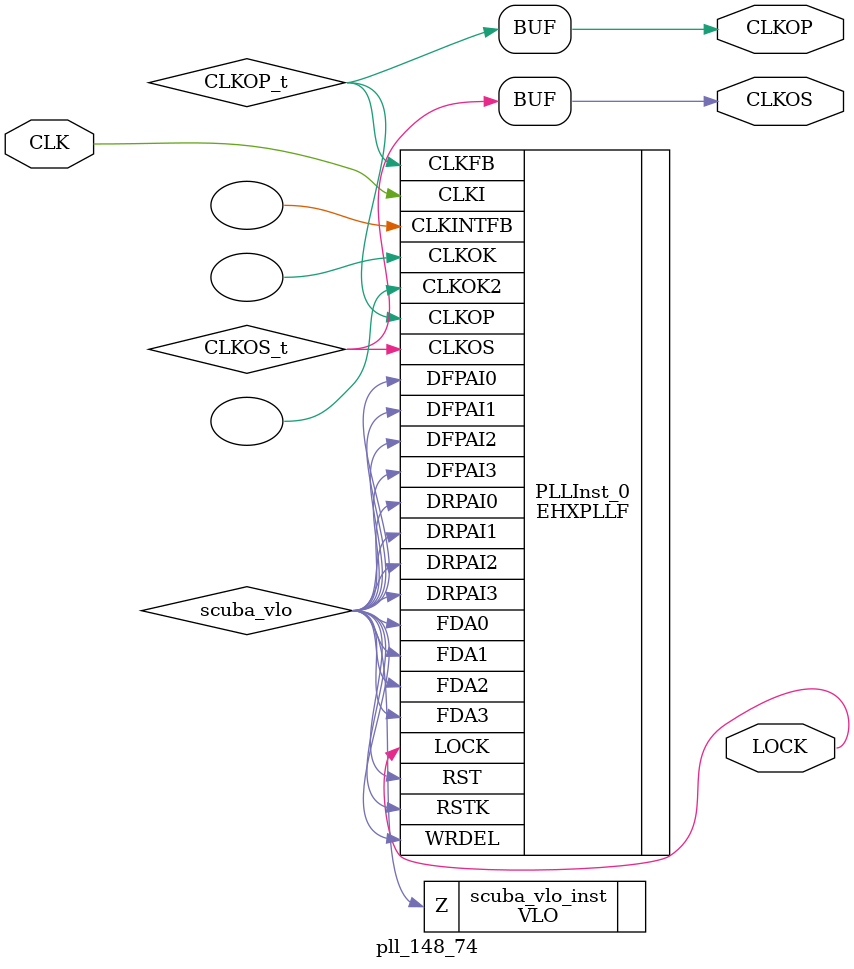
<source format=v>
/* Verilog netlist generated by SCUBA Diamond_1.3_Production (92) */
/* Module Version: 5.2 */
/* C:\lscc\diamond\1.3\ispfpga\bin\nt\scuba.exe -w -n pll_148_74 -lang verilog -synth synplify -arch ep5c00 -type pll -fin 148.5 -phase_cntl STATIC -bypasss -fclkop 74.25 -fclkop_tol 0.0 -fb_mode CLOCKTREE -phaseadj 0.0 -duty 8 -noclkok -norst -noclkok2 -e  */
/* Mon Nov 28 09:52:46 2011 */


`timescale 1 ns / 1 ps
module pll_148_74 (CLK, CLKOP, CLKOS, LOCK)/* synthesis syn_noprune=1 */;// exemplar attribute pll_148_74 dont_touch true 
    input wire CLK;
    output wire CLKOP;
    output wire CLKOS;
    output wire LOCK;

    wire CLKOS_t;
    wire CLKOP_t;
    wire scuba_vlo;

    VLO scuba_vlo_inst (.Z(scuba_vlo));

    defparam PLLInst_0.FEEDBK_PATH = "CLKOP" ;
    defparam PLLInst_0.CLKOK_BYPASS = "DISABLED" ;
    defparam PLLInst_0.CLKOS_BYPASS = "ENABLED" ;
    defparam PLLInst_0.CLKOP_BYPASS = "DISABLED" ;
    defparam PLLInst_0.CLKOK_INPUT = "CLKOP" ;
    defparam PLLInst_0.DELAY_PWD = "DISABLED" ;
    defparam PLLInst_0.DELAY_VAL = 0 ;
    defparam PLLInst_0.CLKOS_TRIM_DELAY = 0 ;
    defparam PLLInst_0.CLKOS_TRIM_POL = "RISING" ;
    defparam PLLInst_0.CLKOP_TRIM_DELAY = 0 ;
    defparam PLLInst_0.CLKOP_TRIM_POL = "RISING" ;
    defparam PLLInst_0.PHASE_DELAY_CNTL = "STATIC" ;
    defparam PLLInst_0.DUTY = 8 ;
    defparam PLLInst_0.PHASEADJ = "0.0" ;
    defparam PLLInst_0.CLKOK_DIV = 2 ;
    defparam PLLInst_0.CLKOP_DIV = 8 ;
    defparam PLLInst_0.CLKFB_DIV = 1 ;
    defparam PLLInst_0.CLKI_DIV = 2 ;
    defparam PLLInst_0.FIN = "148.500000" ;
    EHXPLLF PLLInst_0 (.CLKI(CLK), .CLKFB(CLKOP_t), .RST(scuba_vlo), .RSTK(scuba_vlo), 
        .WRDEL(scuba_vlo), .DRPAI3(scuba_vlo), .DRPAI2(scuba_vlo), .DRPAI1(scuba_vlo), 
        .DRPAI0(scuba_vlo), .DFPAI3(scuba_vlo), .DFPAI2(scuba_vlo), .DFPAI1(scuba_vlo), 
        .DFPAI0(scuba_vlo), .FDA3(scuba_vlo), .FDA2(scuba_vlo), .FDA1(scuba_vlo), 
        .FDA0(scuba_vlo), .CLKOP(CLKOP_t), .CLKOS(CLKOS_t), .CLKOK(), .CLKOK2(), 
        .LOCK(LOCK), .CLKINTFB())
             /* synthesis FREQUENCY_PIN_CLKOS="148.500000" */
             /* synthesis FREQUENCY_PIN_CLKOP="74.250000" */
             /* synthesis FREQUENCY_PIN_CLKI="148.500000" */
             /* synthesis FREQUENCY_PIN_CLKOK="50.000000" */;

    assign CLKOS = CLKOS_t;
    assign CLKOP = CLKOP_t;


    // exemplar begin
    // exemplar attribute PLLInst_0 FREQUENCY_PIN_CLKOS 148.500000
    // exemplar attribute PLLInst_0 FREQUENCY_PIN_CLKOP 74.250000
    // exemplar attribute PLLInst_0 FREQUENCY_PIN_CLKI 148.500000
    // exemplar attribute PLLInst_0 FREQUENCY_PIN_CLKOK 50.000000
    // exemplar end

endmodule

</source>
